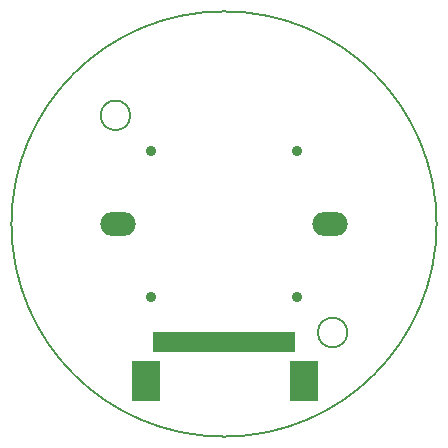
<source format=gbs>
%FSLAX25Y25*%
%MOIN*%
G70*
G01*
G75*
G04 Layer_Color=16711935*
%ADD10R,0.02362X0.02362*%
%ADD11R,0.02362X0.02362*%
%ADD12C,0.01142*%
%ADD13C,0.00500*%
%ADD14C,0.00600*%
%ADD15C,0.01200*%
%ADD16C,0.00800*%
%ADD17C,0.00250*%
%ADD18C,0.02756*%
%ADD19O,0.11024X0.07087*%
%ADD20C,0.02000*%
%ADD21C,0.01600*%
%ADD22R,0.01181X0.05906*%
%ADD23R,0.08661X0.12992*%
%ADD24C,0.00984*%
%ADD25C,0.00787*%
%ADD26R,0.03162X0.03162*%
%ADD27R,0.03162X0.03162*%
%ADD28C,0.01942*%
%ADD29C,0.03556*%
%ADD30O,0.11824X0.07887*%
%ADD31R,0.01981X0.06706*%
%ADD32R,0.09461X0.13792*%
D13*
X70866Y0D02*
G03*
X70866Y0I-70866J0D01*
G01*
X-31270Y36191D02*
G03*
X-31270Y36191I-4921J0D01*
G01*
X41111Y-36191D02*
G03*
X41111Y-36191I-4921J0D01*
G01*
D17*
X50235Y50110D02*
G03*
X50235Y50110I-125J0D01*
G01*
X125Y70866D02*
G03*
X125Y70866I-125J0D01*
G01*
X-49985Y50110D02*
G03*
X-49985Y50110I-125J0D01*
G01*
X-70741Y0D02*
G03*
X-70741Y0I-125J0D01*
G01*
X-49985Y-50110D02*
G03*
X-49985Y-50110I-125J0D01*
G01*
X125Y-70866D02*
G03*
X125Y-70866I-125J0D01*
G01*
X50235Y-50110D02*
G03*
X50235Y-50110I-125J0D01*
G01*
X70991Y0D02*
G03*
X70991Y0I-125J0D01*
G01*
D29*
X-24213Y-24213D02*
D03*
X24213D02*
D03*
X-24213Y24213D02*
D03*
X24213D02*
D03*
D30*
X35433Y0D02*
D03*
X-35433D02*
D03*
D31*
X-14702Y-39400D02*
D03*
X-12733D02*
D03*
X-10765D02*
D03*
X-8796D02*
D03*
X-6828D02*
D03*
X-4859D02*
D03*
X-2891D02*
D03*
X-922D02*
D03*
X1046D02*
D03*
X3015D02*
D03*
X4984D02*
D03*
X6952D02*
D03*
X8920D02*
D03*
X10889D02*
D03*
X12857D02*
D03*
X14826D02*
D03*
X16794D02*
D03*
X18763D02*
D03*
X20731D02*
D03*
X22700D02*
D03*
X-16670D02*
D03*
X-22576D02*
D03*
X-20607D02*
D03*
X-18639D02*
D03*
D32*
X-26000Y-52300D02*
D03*
X26600Y-52400D02*
D03*
M02*

</source>
